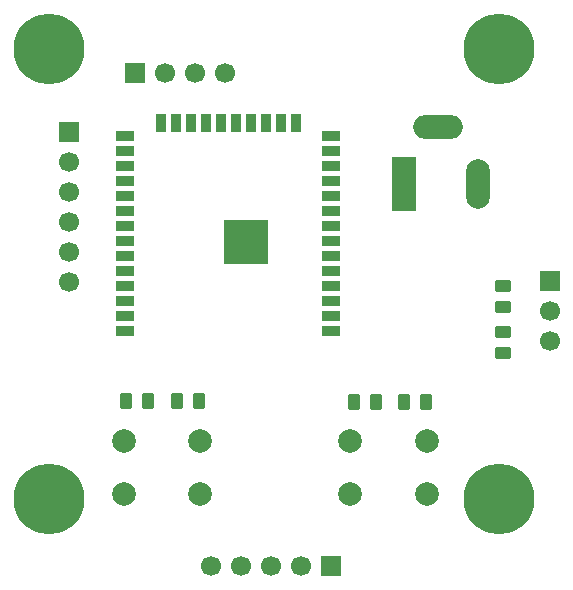
<source format=gts>
%TF.GenerationSoftware,KiCad,Pcbnew,9.0.6*%
%TF.CreationDate,2026-01-28T21:09:15+07:00*%
%TF.ProjectId,BluetoothCar,426c7565-746f-46f7-9468-4361722e6b69,rev?*%
%TF.SameCoordinates,Original*%
%TF.FileFunction,Soldermask,Top*%
%TF.FilePolarity,Negative*%
%FSLAX46Y46*%
G04 Gerber Fmt 4.6, Leading zero omitted, Abs format (unit mm)*
G04 Created by KiCad (PCBNEW 9.0.6) date 2026-01-28 21:09:15*
%MOMM*%
%LPD*%
G01*
G04 APERTURE LIST*
G04 Aperture macros list*
%AMRoundRect*
0 Rectangle with rounded corners*
0 $1 Rounding radius*
0 $2 $3 $4 $5 $6 $7 $8 $9 X,Y pos of 4 corners*
0 Add a 4 corners polygon primitive as box body*
4,1,4,$2,$3,$4,$5,$6,$7,$8,$9,$2,$3,0*
0 Add four circle primitives for the rounded corners*
1,1,$1+$1,$2,$3*
1,1,$1+$1,$4,$5*
1,1,$1+$1,$6,$7*
1,1,$1+$1,$8,$9*
0 Add four rect primitives between the rounded corners*
20,1,$1+$1,$2,$3,$4,$5,0*
20,1,$1+$1,$4,$5,$6,$7,0*
20,1,$1+$1,$6,$7,$8,$9,0*
20,1,$1+$1,$8,$9,$2,$3,0*%
G04 Aperture macros list end*
%ADD10C,2.000000*%
%ADD11C,6.000000*%
%ADD12RoundRect,0.250000X-0.262500X-0.450000X0.262500X-0.450000X0.262500X0.450000X-0.262500X0.450000X0*%
%ADD13R,1.700000X1.700000*%
%ADD14C,1.700000*%
%ADD15RoundRect,0.250000X0.450000X-0.262500X0.450000X0.262500X-0.450000X0.262500X-0.450000X-0.262500X0*%
%ADD16R,2.000000X4.600000*%
%ADD17O,2.000000X4.200000*%
%ADD18O,4.200000X2.000000*%
%ADD19R,1.500000X0.900000*%
%ADD20R,0.900000X1.500000*%
%ADD21C,0.600000*%
%ADD22R,3.800000X3.800000*%
G04 APERTURE END LIST*
D10*
%TO.C,BOOT1*%
X103800000Y-152500000D03*
X97300000Y-152500000D03*
X103800000Y-148000000D03*
X97300000Y-148000000D03*
%TD*%
D11*
%TO.C,H4*%
X129100000Y-152955000D03*
%TD*%
D12*
%TO.C,R5*%
X121050000Y-144750000D03*
X122875000Y-144750000D03*
%TD*%
D13*
%TO.C,J3*%
X98280000Y-116900000D03*
D14*
X100820000Y-116900000D03*
X103360000Y-116900000D03*
X105900000Y-116900000D03*
%TD*%
D10*
%TO.C,EN_PIN1*%
X123000000Y-152500000D03*
X116500000Y-152500000D03*
X123000000Y-148000000D03*
X116500000Y-148000000D03*
%TD*%
D15*
%TO.C,R2*%
X129400000Y-136700000D03*
X129400000Y-134875000D03*
%TD*%
D11*
%TO.C,H3*%
X91000000Y-152955000D03*
%TD*%
D12*
%TO.C,R3*%
X101837500Y-144650000D03*
X103662500Y-144650000D03*
%TD*%
D13*
%TO.C,J5*%
X114900000Y-158600000D03*
D14*
X112360000Y-158600000D03*
X109820000Y-158600000D03*
X107280000Y-158600000D03*
X104740000Y-158600000D03*
%TD*%
D13*
%TO.C,J4*%
X92700000Y-121880000D03*
D14*
X92700000Y-124420000D03*
X92700000Y-126960000D03*
X92700000Y-129500000D03*
X92700000Y-132040000D03*
X92700000Y-134580000D03*
%TD*%
D16*
%TO.C,J2*%
X121050000Y-126250000D03*
D17*
X127350000Y-126250000D03*
D18*
X123950000Y-121450000D03*
%TD*%
D11*
%TO.C,H2*%
X129100000Y-114855000D03*
%TD*%
%TO.C,H1*%
X91000000Y-114855000D03*
%TD*%
D12*
%TO.C,R4*%
X97537500Y-144650000D03*
X99362500Y-144650000D03*
%TD*%
D15*
%TO.C,R1*%
X129400000Y-140600000D03*
X129400000Y-138775000D03*
%TD*%
D13*
%TO.C,J6*%
X133400000Y-134460000D03*
D14*
X133400000Y-137000000D03*
X133400000Y-139540000D03*
%TD*%
D12*
%TO.C,R6*%
X116837500Y-144750000D03*
X118662500Y-144750000D03*
%TD*%
D19*
%TO.C,U1*%
X114900000Y-138715000D03*
X114900000Y-137445000D03*
X114900000Y-136175000D03*
X114900000Y-134905000D03*
X114900000Y-133635000D03*
X114900000Y-132365000D03*
X114900000Y-131095000D03*
X114900000Y-129825000D03*
X114900000Y-128555000D03*
X114900000Y-127285000D03*
X114900000Y-126015000D03*
X114900000Y-124745000D03*
X114900000Y-123475000D03*
X114900000Y-122205000D03*
D20*
X111865000Y-121110000D03*
X110595000Y-121110000D03*
X109325000Y-121110000D03*
X108055000Y-121110000D03*
X106785000Y-121110000D03*
X105515000Y-121110000D03*
X104245000Y-121110000D03*
X102975000Y-121110000D03*
X101705000Y-121110000D03*
X100435000Y-121110000D03*
D19*
X97400000Y-122205000D03*
X97400000Y-123475000D03*
X97400000Y-124745000D03*
X97400000Y-126015000D03*
X97400000Y-127285000D03*
X97400000Y-128555000D03*
X97400000Y-129825000D03*
X97400000Y-131095000D03*
X97400000Y-132365000D03*
X97400000Y-133635000D03*
X97400000Y-134905000D03*
X97400000Y-136175000D03*
X97400000Y-137445000D03*
X97400000Y-138715000D03*
D21*
X109050000Y-131850000D03*
X109050000Y-130450000D03*
X108350000Y-132550000D03*
X108350000Y-131150000D03*
X108350000Y-129750000D03*
X107650000Y-131850000D03*
D22*
X107650000Y-131150000D03*
D21*
X107650000Y-130450000D03*
X106950000Y-132550000D03*
X106950000Y-131150000D03*
X106950000Y-129750000D03*
X106250000Y-131850000D03*
X106250000Y-130450000D03*
%TD*%
M02*

</source>
